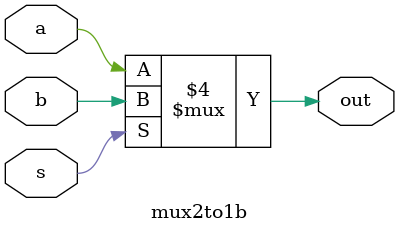
<source format=v>
`timescale 1ns / 1ps

module mux2to1b(
    input a,
    input b,
    input s,
	 output reg out
    );
	 
	 always @(a, b, s)
	 begin 
	 if(s == 0)
		out = a;
	 else
		out = b;
	 end
endmodule

</source>
